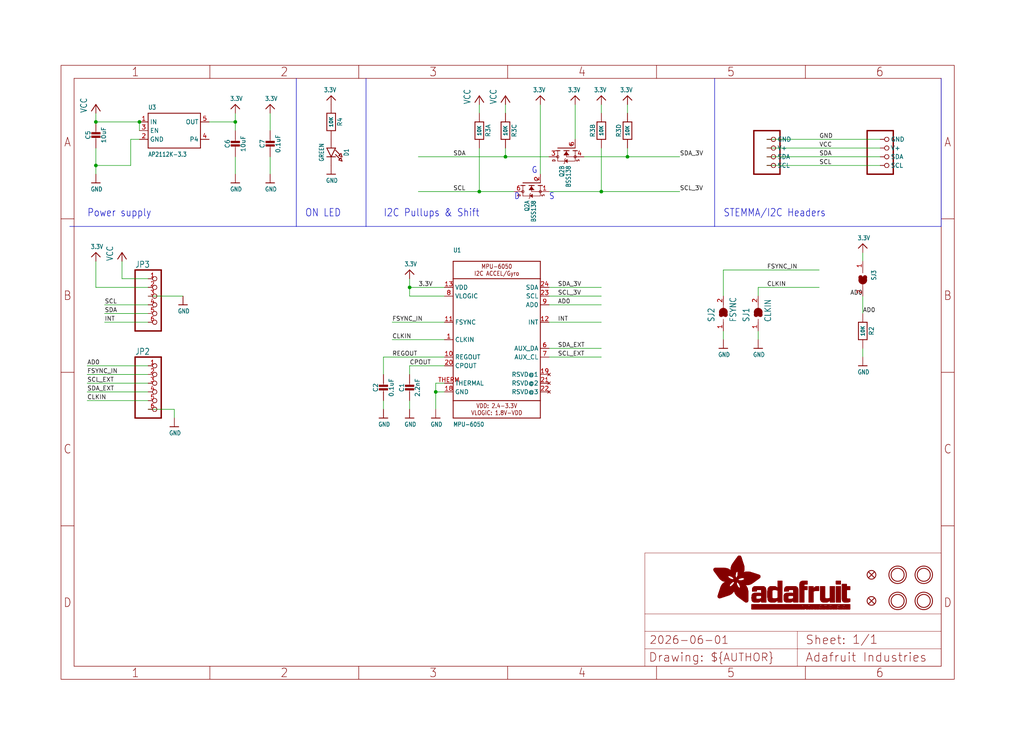
<source format=kicad_sch>
(kicad_sch (version 20230121) (generator eeschema)
  (paper "User" 298.45 217.322)
  (lib_symbols
    (symbol "working-eagle-import:3.3V" (power)
      (property "Value" "3.3V" (at -1.524 1.016 0))
      (symbol "3.3V_1_0"
        (pin power_in line (at 0 -2.54 90) (length 2.54) (name "3.3V") (number "1"))
      )
    )
    (symbol "working-eagle-import:CAP_CERAMIC0603_NO"
      (property "Reference" "C" (at -2.29 1.25 90))
      (symbol "CAP_CERAMIC0603_NO_1_0"
        (pin passive line (at 0 5.08 270) (length 2.54) (name "1") (number "1"))
        (pin passive line (at 0 -2.54 90) (length 2.54) (name "2") (number "2"))
      )
    )
    (symbol "working-eagle-import:CAP_CERAMIC0805-NOOUTLINE"
      (property "Reference" "C" (at -2.29 1.25 90))
      (symbol "CAP_CERAMIC0805-NOOUTLINE_1_0"
        (pin passive line (at 0 5.08 270) (length 2.54) (name "1") (number "1"))
        (pin passive line (at 0 -2.54 90) (length 2.54) (name "2") (number "2"))
      )
    )
    (symbol "working-eagle-import:FIDUCIAL_1MM")
    (symbol "working-eagle-import:FRAME_A4_ADAFRUIT"
      (symbol "FRAME_A4_ADAFRUIT_1_0"
        (text "${#}/${##}" (at 230.505 10.16 0) (effects (font (size 2.54 2.54)) (justify left bottom)))
        (text "${AUTHOR}" (at 189.23 5.08 0) (effects (font (size 2.286 2.286)) (justify left bottom)))
        (text "${CURRENT_DATE}" (at 171.45 10.16 0) (effects (font (size 2.286 2.286)) (justify left bottom)))
        (text "${PROJECTNAME}" (at 171.45 15.24 0) (effects (font (size 2.54 2.54)) (justify left bottom)))
        (text "1" (at 21.6958 1.905 0) (effects (font (size 2.54 2.286))))
        (text "1" (at 21.6958 177.165 0) (effects (font (size 2.54 2.286))))
        (text "2" (at 65.0875 1.905 0) (effects (font (size 2.54 2.286))))
        (text "2" (at 65.0875 177.165 0) (effects (font (size 2.54 2.286))))
        (text "3" (at 108.4792 1.905 0) (effects (font (size 2.54 2.286))))
        (text "3" (at 108.4792 177.165 0) (effects (font (size 2.54 2.286))))
        (text "4" (at 151.8708 1.905 0) (effects (font (size 2.54 2.286))))
        (text "4" (at 151.8708 177.165 0) (effects (font (size 2.54 2.286))))
        (text "5" (at 195.2625 1.905 0) (effects (font (size 2.54 2.286))))
        (text "5" (at 195.2625 177.165 0) (effects (font (size 2.54 2.286))))
        (text "6" (at 238.6542 1.905 0) (effects (font (size 2.54 2.286))))
        (text "6" (at 238.6542 177.165 0) (effects (font (size 2.54 2.286))))
        (text "A" (at 1.905 156.6863 0) (effects (font (size 2.54 2.286))))
        (text "A" (at 258.445 156.6863 0) (effects (font (size 2.54 2.286))))
        (text "Adafruit Industries" (at 216.916 4.953 0) (effects (font (size 2.54 2.54)) (justify left bottom)))
        (text "B" (at 1.905 111.9188 0) (effects (font (size 2.54 2.286))))
        (text "B" (at 258.445 111.9188 0) (effects (font (size 2.54 2.286))))
        (text "C" (at 1.905 67.1513 0) (effects (font (size 2.54 2.286))))
        (text "C" (at 258.445 67.1513 0) (effects (font (size 2.54 2.286))))
        (text "D" (at 1.905 22.3838 0) (effects (font (size 2.54 2.286))))
        (text "D" (at 258.445 22.3838 0) (effects (font (size 2.54 2.286))))
        (text "Drawing:" (at 171.196 4.953 0) (effects (font (size 2.54 2.54)) (justify left bottom)))
        (text "Sheet:" (at 216.916 10.033 0) (effects (font (size 2.54 2.54)) (justify left bottom)))
      )
    )
    (symbol "working-eagle-import:GND" (power)
      (property "Value" "GND" (at -1.524 -2.54 0))
      (symbol "GND_1_0"
        (pin power_in line (at 0 2.54 270) (length 2.54) (name "GND") (number "1"))
      )
    )
    (symbol "working-eagle-import:HEADER-1X670MIL"
      (property "Reference" "JP" (at -6.35 10.795 0))
      (symbol "HEADER-1X670MIL_1_0"
        (pin passive inverted (at -2.54 7.62 0) (length 2.54) (name "1") (number "1"))
        (pin passive inverted (at -2.54 5.08 0) (length 2.54) (name "2") (number "2"))
        (pin passive inverted (at -2.54 2.54 0) (length 2.54) (name "3") (number "3"))
        (pin passive inverted (at -2.54 0 0) (length 2.54) (name "4") (number "4"))
        (pin passive inverted (at -2.54 -2.54 0) (length 2.54) (name "5") (number "5"))
        (pin passive inverted (at -2.54 -5.08 0) (length 2.54) (name "6") (number "6"))
      )
    )
    (symbol "working-eagle-import:HEADER-1X6ROUND"
      (property "Reference" "JP" (at -6.35 10.795 0))
      (symbol "HEADER-1X6ROUND_1_0"
        (pin passive inverted (at -2.54 7.62 0) (length 2.54) (name "1") (number "1"))
        (pin passive inverted (at -2.54 5.08 0) (length 2.54) (name "2") (number "2"))
        (pin passive inverted (at -2.54 2.54 0) (length 2.54) (name "3") (number "3"))
        (pin passive inverted (at -2.54 0 0) (length 2.54) (name "4") (number "4"))
        (pin passive inverted (at -2.54 -2.54 0) (length 2.54) (name "5") (number "5"))
        (pin passive inverted (at -2.54 -5.08 0) (length 2.54) (name "6") (number "6"))
      )
    )
    (symbol "working-eagle-import:LED0603_NOOUTLINE"
      (property "Reference" "D" (at -1.27 4.445 0))
      (symbol "LED0603_NOOUTLINE_1_0"
        (pin passive line (at -5.08 0 0) (length 2.54) (name "A") (number "A"))
        (pin passive line (at 2.54 0 180) (length 2.54) (name "C") (number "C"))
      )
    )
    (symbol "working-eagle-import:MOSFET-N_DUAL"
      (property "Reference" "Q" (at 5.08 0.635 0))
      (symbol "MOSFET-N_DUAL_1_0"
        (text "D" (at 3.175 3.175 0) (effects (font (size 0.8128 0.6908)) (justify left bottom)))
        (text "G" (at -1.27 -1.905 0) (effects (font (size 0.8128 0.6908)) (justify left bottom)))
        (text "S" (at 3.175 -3.81 0) (effects (font (size 0.8128 0.6908)) (justify left bottom)))
        (pin bidirectional line (at 2.54 -5.08 90) (length 2.54) (name "S") (number "1"))
        (pin bidirectional line (at -2.54 -2.54 0) (length 2.54) (name "G") (number "2"))
        (pin bidirectional line (at 2.54 5.08 270) (length 2.54) (name "D") (number "6"))
      )
      (symbol "MOSFET-N_DUAL_2_0"
        (text "D" (at 3.175 3.175 0) (effects (font (size 0.8128 0.6908)) (justify left bottom)))
        (text "G" (at -1.27 -1.905 0) (effects (font (size 0.8128 0.6908)) (justify left bottom)))
        (text "S" (at 3.175 -3.81 0) (effects (font (size 0.8128 0.6908)) (justify left bottom)))
        (pin bidirectional line (at 2.54 5.08 270) (length 2.54) (name "D") (number "3"))
        (pin bidirectional line (at 2.54 -5.08 90) (length 2.54) (name "S") (number "4"))
        (pin bidirectional line (at -2.54 -2.54 0) (length 2.54) (name "G") (number "5"))
      )
    )
    (symbol "working-eagle-import:MOUNTINGHOLE2.5")
    (symbol "working-eagle-import:MPU-6050"
      (property "Reference" "U" (at -12.7 25.4 0))
      (symbol "MPU-6050_1_0"
        (text "MPU-6050\nI2C ACCEL/Gyro" (at 0 20.32 0) (effects (font (size 1.27 1.0795))))
        (text "VDD: 2.4-3.3V\nVLOGIC: 1.8V-VDD" (at 0 -20.32 0) (effects (font (size 1.27 1.0795))))
        (pin input line (at -15.24 0 0) (length 2.54) (name "CLKIN") (number "1"))
        (pin passive line (at -15.24 -5.08 0) (length 2.54) (name "REGOUT") (number "10"))
        (pin input line (at -15.24 5.08 0) (length 2.54) (name "FSYNC") (number "11"))
        (pin output line (at 15.24 5.08 180) (length 2.54) (name "INT") (number "12"))
        (pin power_in line (at -15.24 15.24 0) (length 2.54) (name "VDD") (number "13"))
        (pin power_in line (at -15.24 -15.24 0) (length 2.54) (name "GND") (number "18"))
        (pin no_connect line (at 15.24 -10.16 180) (length 2.54) (name "RSVD@1") (number "19"))
        (pin passive line (at -15.24 -7.62 0) (length 2.54) (name "CPOUT") (number "20"))
        (pin no_connect line (at 15.24 -12.7 180) (length 2.54) (name "RSVD@2") (number "21"))
        (pin no_connect line (at 15.24 -15.24 180) (length 2.54) (name "RSVD@3") (number "22"))
        (pin bidirectional line (at 15.24 12.7 180) (length 2.54) (name "SCL") (number "23"))
        (pin bidirectional line (at 15.24 15.24 180) (length 2.54) (name "SDA") (number "24"))
        (pin bidirectional line (at 15.24 -2.54 180) (length 2.54) (name "AUX_DA") (number "6"))
        (pin bidirectional line (at 15.24 -5.08 180) (length 2.54) (name "AUX_CL") (number "7"))
        (pin power_in line (at -15.24 12.7 0) (length 2.54) (name "VLOGIC") (number "8"))
        (pin input line (at 15.24 10.16 180) (length 2.54) (name "AD0") (number "9"))
        (pin power_in line (at -15.24 -12.7 0) (length 2.54) (name "THERMAL") (number "THERM"))
      )
    )
    (symbol "working-eagle-import:RESISTOR_0603_NOOUT"
      (property "Reference" "R" (at 0 2.54 0))
      (symbol "RESISTOR_0603_NOOUT_1_0"
        (pin passive line (at -5.08 0 0) (length 2.54) (name "1") (number "1"))
        (pin passive line (at 5.08 0 180) (length 2.54) (name "2") (number "2"))
      )
    )
    (symbol "working-eagle-import:RESISTOR_4PACK"
      (property "Reference" "R" (at 0 2.54 0))
      (symbol "RESISTOR_4PACK_1_0"
        (pin passive line (at -5.08 0 0) (length 2.54) (name "1") (number "1"))
        (pin passive line (at 5.08 0 180) (length 2.54) (name "2") (number "8"))
      )
      (symbol "RESISTOR_4PACK_2_0"
        (pin passive line (at -5.08 0 0) (length 2.54) (name "1") (number "2"))
        (pin passive line (at 5.08 0 180) (length 2.54) (name "2") (number "7"))
      )
      (symbol "RESISTOR_4PACK_3_0"
        (pin passive line (at -5.08 0 0) (length 2.54) (name "1") (number "3"))
        (pin passive line (at 5.08 0 180) (length 2.54) (name "2") (number "6"))
      )
      (symbol "RESISTOR_4PACK_4_0"
        (pin passive line (at -5.08 0 0) (length 2.54) (name "1") (number "4"))
        (pin passive line (at 5.08 0 180) (length 2.54) (name "2") (number "5"))
      )
    )
    (symbol "working-eagle-import:SOLDERJUMPER"
      (property "Reference" "SJ" (at -2.54 2.54 0))
      (symbol "SOLDERJUMPER_1_0"
        (pin passive line (at -5.08 0 0) (length 2.54) (name "1") (number "1"))
        (pin passive line (at 5.08 0 180) (length 2.54) (name "2") (number "2"))
      )
    )
    (symbol "working-eagle-import:SOLDERJUMPER_CLOSED"
      (property "Reference" "SJ" (at -2.54 2.54 0))
      (symbol "SOLDERJUMPER_CLOSED_1_0"
        (pin passive line (at -5.08 0 0) (length 2.54) (name "1") (number "1"))
        (pin passive line (at 5.08 0 180) (length 2.54) (name "2") (number "2"))
      )
    )
    (symbol "working-eagle-import:STEMMA_I2C_QT"
      (symbol "STEMMA_I2C_QT_1_0"
        (pin passive inverted (at 0 5.08 0) (length 2.54) (name "GND") (number "1"))
        (pin passive inverted (at 0 2.54 0) (length 2.54) (name "V+") (number "2"))
        (pin passive inverted (at 0 0 0) (length 2.54) (name "SDA") (number "3"))
        (pin passive inverted (at 0 -2.54 0) (length 2.54) (name "SCL") (number "4"))
      )
      (symbol "STEMMA_I2C_QT_2_0"
        (pin bidirectional line (at 0 0 0) (length 5.08) (name "MT") (number "MT1"))
      )
      (symbol "STEMMA_I2C_QT_3_0"
        (pin bidirectional line (at 0 0 0) (length 5.08) (name "MT") (number "MT2"))
      )
    )
    (symbol "working-eagle-import:VCC" (power)
      (property "Value" "VCC" (at -2.54 -2.54 90))
      (symbol "VCC_1_0"
        (pin power_in line (at 0 -2.54 90) (length 2.54) (name "VCC") (number "1"))
      )
    )
    (symbol "working-eagle-import:VREG_SOT23-5"
      (property "Reference" "U" (at -7.62 6.096 0))
      (symbol "VREG_SOT23-5_1_0"
        (pin power_in line (at -10.16 2.54 0) (length 2.54) (name "IN") (number "1"))
        (pin power_in line (at -10.16 -2.54 0) (length 2.54) (name "GND") (number "2"))
        (pin input line (at -10.16 0 0) (length 2.54) (name "EN") (number "3"))
        (pin bidirectional line (at 10.16 -2.54 180) (length 2.54) (name "P4") (number "4"))
        (pin power_in line (at 10.16 2.54 180) (length 2.54) (name "OUT") (number "5"))
      )
    )
  )
  (junction (at 119.38 83.82))
  (junction (at 147.32 45.72))
  (junction (at 27.94 48.26))
  (junction (at 40.64 35.56))
  (junction (at 27.94 35.56))
  (junction (at 182.88 45.72))
  (junction (at 127 114.3))
  (junction (at 139.7 55.88))
  (junction (at 175.26 55.88))
  (junction (at 68.58 35.56))
  (wire (pts (xy 210.82 96.52) (xy 210.82 99.06)) (stroke (width 0.1524)))
  (wire (pts (xy 43.18 81.28) (xy 35.56 81.28)) (stroke (width 0.1524)))
  (wire (pts (xy 220.98 86.36) (xy 220.98 83.82)) (stroke (width 0.1524)))
  (wire (pts (xy 182.88 33.02) (xy 182.88 30.48)) (stroke (width 0.1524)))
  (polyline (pts (xy 20.32 66.04) (xy 86.36 66.04)) (stroke (width 0.1524) (type solid)))
  (wire (pts (xy 160.02 93.98) (xy 175.26 93.98)) (stroke (width 0.1524)))
  (wire (pts (xy 40.64 40.64) (xy 38.1 40.64)) (stroke (width 0.1524)))
  (polyline (pts (xy 208.28 66.04) (xy 274.32 66.04)) (stroke (width 0.1524) (type solid)))
  (wire (pts (xy 160.02 104.14) (xy 175.26 104.14)) (stroke (width 0.1524)))
  (wire (pts (xy 35.56 81.28) (xy 35.56 76.2)) (stroke (width 0.1524)))
  (wire (pts (xy 50.8 119.38) (xy 50.8 121.92)) (stroke (width 0.1524)))
  (wire (pts (xy 223.52 48.26) (xy 256.54 48.26)) (stroke (width 0.1524)))
  (wire (pts (xy 251.46 76.2) (xy 251.46 73.66)) (stroke (width 0.1524)))
  (wire (pts (xy 129.54 114.3) (xy 127 114.3)) (stroke (width 0.1524)))
  (wire (pts (xy 119.38 116.84) (xy 119.38 119.38)) (stroke (width 0.1524)))
  (wire (pts (xy 167.64 40.64) (xy 167.64 30.48)) (stroke (width 0.1524)))
  (wire (pts (xy 127 111.76) (xy 127 114.3)) (stroke (width 0.1524)))
  (wire (pts (xy 129.54 83.82) (xy 119.38 83.82)) (stroke (width 0.1524)))
  (polyline (pts (xy 86.36 66.04) (xy 106.68 66.04)) (stroke (width 0.1524) (type solid)))
  (wire (pts (xy 129.54 104.14) (xy 111.76 104.14)) (stroke (width 0.1524)))
  (wire (pts (xy 25.4 114.3) (xy 43.18 114.3)) (stroke (width 0.1524)))
  (wire (pts (xy 43.18 86.36) (xy 53.34 86.36)) (stroke (width 0.1524)))
  (polyline (pts (xy 106.68 22.86) (xy 106.68 66.04)) (stroke (width 0.1524) (type solid)))
  (wire (pts (xy 119.38 83.82) (xy 119.38 81.28)) (stroke (width 0.1524)))
  (wire (pts (xy 160.02 83.82) (xy 175.26 83.82)) (stroke (width 0.1524)))
  (wire (pts (xy 147.32 33.02) (xy 147.32 30.48)) (stroke (width 0.1524)))
  (wire (pts (xy 40.64 38.1) (xy 40.64 35.56)) (stroke (width 0.1524)))
  (wire (pts (xy 68.58 35.56) (xy 68.58 38.1)) (stroke (width 0.1524)))
  (wire (pts (xy 60.96 35.56) (xy 68.58 35.56)) (stroke (width 0.1524)))
  (wire (pts (xy 160.02 86.36) (xy 175.26 86.36)) (stroke (width 0.1524)))
  (wire (pts (xy 127 114.3) (xy 127 119.38)) (stroke (width 0.1524)))
  (wire (pts (xy 68.58 35.56) (xy 68.58 33.02)) (stroke (width 0.1524)))
  (wire (pts (xy 139.7 43.18) (xy 139.7 55.88)) (stroke (width 0.1524)))
  (wire (pts (xy 175.26 55.88) (xy 198.12 55.88)) (stroke (width 0.1524)))
  (wire (pts (xy 160.02 45.72) (xy 147.32 45.72)) (stroke (width 0.1524)))
  (wire (pts (xy 182.88 45.72) (xy 198.12 45.72)) (stroke (width 0.1524)))
  (wire (pts (xy 40.64 35.56) (xy 27.94 35.56)) (stroke (width 0.1524)))
  (wire (pts (xy 27.94 48.26) (xy 27.94 43.18)) (stroke (width 0.1524)))
  (wire (pts (xy 139.7 30.48) (xy 139.7 33.02)) (stroke (width 0.1524)))
  (polyline (pts (xy 208.28 22.86) (xy 208.28 66.04)) (stroke (width 0.1524) (type solid)))
  (wire (pts (xy 129.54 111.76) (xy 127 111.76)) (stroke (width 0.1524)))
  (wire (pts (xy 43.18 116.84) (xy 25.4 116.84)) (stroke (width 0.1524)))
  (wire (pts (xy 157.48 50.8) (xy 157.48 30.48)) (stroke (width 0.1524)))
  (wire (pts (xy 38.1 40.64) (xy 38.1 48.26)) (stroke (width 0.1524)))
  (wire (pts (xy 114.3 93.98) (xy 129.54 93.98)) (stroke (width 0.1524)))
  (wire (pts (xy 160.02 55.88) (xy 175.26 55.88)) (stroke (width 0.1524)))
  (wire (pts (xy 223.52 43.18) (xy 256.54 43.18)) (stroke (width 0.1524)))
  (wire (pts (xy 160.02 101.6) (xy 175.26 101.6)) (stroke (width 0.1524)))
  (wire (pts (xy 129.54 99.06) (xy 114.3 99.06)) (stroke (width 0.1524)))
  (wire (pts (xy 256.54 45.72) (xy 223.52 45.72)) (stroke (width 0.1524)))
  (wire (pts (xy 68.58 45.72) (xy 68.58 50.8)) (stroke (width 0.1524)))
  (wire (pts (xy 43.18 93.98) (xy 30.48 93.98)) (stroke (width 0.1524)))
  (wire (pts (xy 111.76 116.84) (xy 111.76 119.38)) (stroke (width 0.1524)))
  (wire (pts (xy 111.76 104.14) (xy 111.76 109.22)) (stroke (width 0.1524)))
  (wire (pts (xy 119.38 106.68) (xy 119.38 109.22)) (stroke (width 0.1524)))
  (wire (pts (xy 147.32 43.18) (xy 147.32 45.72)) (stroke (width 0.1524)))
  (wire (pts (xy 139.7 55.88) (xy 121.92 55.88)) (stroke (width 0.1524)))
  (wire (pts (xy 78.74 33.02) (xy 78.74 38.1)) (stroke (width 0.1524)))
  (wire (pts (xy 210.82 78.74) (xy 238.76 78.74)) (stroke (width 0.1524)))
  (wire (pts (xy 238.76 83.82) (xy 220.98 83.82)) (stroke (width 0.1524)))
  (polyline (pts (xy 86.36 22.86) (xy 86.36 66.04)) (stroke (width 0.1524) (type solid)))
  (wire (pts (xy 210.82 86.36) (xy 210.82 78.74)) (stroke (width 0.1524)))
  (wire (pts (xy 220.98 96.52) (xy 220.98 99.06)) (stroke (width 0.1524)))
  (wire (pts (xy 43.18 83.82) (xy 27.94 83.82)) (stroke (width 0.1524)))
  (wire (pts (xy 149.86 55.88) (xy 139.7 55.88)) (stroke (width 0.1524)))
  (wire (pts (xy 119.38 86.36) (xy 119.38 83.82)) (stroke (width 0.1524)))
  (polyline (pts (xy 106.68 66.04) (xy 208.28 66.04)) (stroke (width 0.1524) (type solid)))
  (wire (pts (xy 43.18 91.44) (xy 30.48 91.44)) (stroke (width 0.1524)))
  (wire (pts (xy 27.94 48.26) (xy 27.94 50.8)) (stroke (width 0.1524)))
  (wire (pts (xy 25.4 106.68) (xy 43.18 106.68)) (stroke (width 0.1524)))
  (wire (pts (xy 129.54 106.68) (xy 119.38 106.68)) (stroke (width 0.1524)))
  (wire (pts (xy 182.88 43.18) (xy 182.88 45.72)) (stroke (width 0.1524)))
  (wire (pts (xy 27.94 83.82) (xy 27.94 76.2)) (stroke (width 0.1524)))
  (polyline (pts (xy 274.32 22.86) (xy 274.32 66.04)) (stroke (width 0.1524) (type solid)))
  (wire (pts (xy 170.18 45.72) (xy 182.88 45.72)) (stroke (width 0.1524)))
  (wire (pts (xy 251.46 86.36) (xy 251.46 91.44)) (stroke (width 0.1524)))
  (wire (pts (xy 251.46 101.6) (xy 251.46 104.14)) (stroke (width 0.1524)))
  (wire (pts (xy 175.26 33.02) (xy 175.26 30.48)) (stroke (width 0.1524)))
  (wire (pts (xy 43.18 88.9) (xy 30.48 88.9)) (stroke (width 0.1524)))
  (wire (pts (xy 175.26 43.18) (xy 175.26 55.88)) (stroke (width 0.1524)))
  (wire (pts (xy 160.02 88.9) (xy 175.26 88.9)) (stroke (width 0.1524)))
  (wire (pts (xy 43.18 119.38) (xy 50.8 119.38)) (stroke (width 0.1524)))
  (wire (pts (xy 147.32 45.72) (xy 121.92 45.72)) (stroke (width 0.1524)))
  (wire (pts (xy 25.4 111.76) (xy 43.18 111.76)) (stroke (width 0.1524)))
  (wire (pts (xy 78.74 45.72) (xy 78.74 50.8)) (stroke (width 0.1524)))
  (wire (pts (xy 256.54 40.64) (xy 223.52 40.64)) (stroke (width 0.1524)))
  (wire (pts (xy 27.94 33.02) (xy 27.94 35.56)) (stroke (width 0.1524)))
  (wire (pts (xy 129.54 86.36) (xy 119.38 86.36)) (stroke (width 0.1524)))
  (wire (pts (xy 38.1 48.26) (xy 27.94 48.26)) (stroke (width 0.1524)))
  (wire (pts (xy 25.4 109.22) (xy 43.18 109.22)) (stroke (width 0.1524)))
  (text "D" (at 149.86 58.42 0) (effects (font (size 1.778 1.5113)) (justify left bottom)))
  (text "Power supply" (at 25.4 63.5 0) (effects (font (size 2.1844 1.8567)) (justify left bottom)))
  (text "ON LED" (at 88.9 63.5 0) (effects (font (size 2.1844 1.8567)) (justify left bottom)))
  (text "I2C Pullups & Shift" (at 111.76 63.5 0) (effects (font (size 2.1844 1.8567)) (justify left bottom)))
  (text "S" (at 160.02 58.42 0) (effects (font (size 1.778 1.5113)) (justify left bottom)))
  (text "STEMMA/I2C Headers" (at 210.82 63.5 0) (effects (font (size 2.1844 1.8567)) (justify left bottom)))
  (text "G" (at 154.94 50.8 0) (effects (font (size 1.778 1.5113)) (justify left bottom)))
  (label "AD0" (at 251.46 91.44 0) (effects (font (size 1.2446 1.2446))))
  (label "3.3V" (at 121.92 83.82 0) (effects (font (size 1.2446 1.2446))))
  (label "AD0" (at 162.56 88.9 0) (effects (font (size 1.2446 1.2446))))
  (label "SCL" (at 238.76 48.26 0) (effects (font (size 1.2446 1.2446))))
  (label "SCL" (at 132.08 55.88 0) (effects (font (size 1.2446 1.2446))))
  (label "CLKIN" (at 223.52 83.82 0) (effects (font (size 1.2446 1.2446))))
  (label "INT" (at 162.56 93.98 0) (effects (font (size 1.2446 1.2446))))
  (label "GND" (at 238.76 40.64 0) (effects (font (size 1.2446 1.2446))))
  (label "CLKIN" (at 114.3 99.06 0) (effects (font (size 1.2446 1.2446))))
  (label "SDA_3V" (at 162.56 83.82 0) (effects (font (size 1.2446 1.2446))))
  (label "SCL_EXT" (at 162.56 104.14 0) (effects (font (size 1.2446 1.2446))))
  (label "AD0" (at 25.4 106.68 0) (effects (font (size 1.2446 1.2446))))
  (label "SCL" (at 30.48 88.9 0) (effects (font (size 1.2446 1.2446))))
  (label "VCC" (at 238.76 43.18 0) (effects (font (size 1.2446 1.2446))))
  (label "FSYNC_IN" (at 25.4 109.22 0) (effects (font (size 1.2446 1.2446))))
  (label "CPOUT" (at 119.38 106.68 0) (effects (font (size 1.2446 1.2446))))
  (label "CLKIN" (at 25.4 116.84 0) (effects (font (size 1.2446 1.2446))))
  (label "SDA" (at 30.48 91.44 0) (effects (font (size 1.2446 1.2446))))
  (label "SCL_3V" (at 198.12 55.88 0) (effects (font (size 1.2446 1.2446))))
  (label "SCL_EXT" (at 25.4 111.76 0) (effects (font (size 1.2446 1.2446))))
  (label "INT" (at 30.48 93.98 0) (effects (font (size 1.2446 1.2446))))
  (label "FSYNC_IN" (at 223.52 78.74 0) (effects (font (size 1.2446 1.2446))))
  (label "AD0" (at 251.46 86.36 180) (effects (font (size 1.2446 1.2446))))
  (label "SDA" (at 238.76 45.72 0) (effects (font (size 1.2446 1.2446))))
  (label "REGOUT" (at 114.3 104.14 0) (effects (font (size 1.2446 1.2446))))
  (label "SDA_EXT" (at 25.4 114.3 0) (effects (font (size 1.2446 1.2446))))
  (label "FSYNC_IN" (at 114.3 93.98 0) (effects (font (size 1.2446 1.2446))))
  (label "SDA_EXT" (at 162.56 101.6 0) (effects (font (size 1.2446 1.2446))))
  (label "SDA_3V" (at 198.12 45.72 0) (effects (font (size 1.2446 1.2446))))
  (label "SCL_3V" (at 162.56 86.36 0) (effects (font (size 1.2446 1.2446))))
  (label "SDA" (at 132.08 45.72 0) (effects (font (size 1.2446 1.2446))))
  (symbol (lib_id "working-eagle-import:RESISTOR_4PACK") (at 139.7 38.1 270) (unit 1)
    (property "Reference" "R3" (at 142.24 38.1 0))
    (property "Value" "10K" (at 139.7 38.1 0) (effects (font (size 1.016 1.016) bold)))
    (property "Footprint" "working:RESPACK_4X0603" (effects hide))
  )
  (symbol (lib_id "working-eagle-import:RESISTOR_4PACK") (at 147.32 38.1 270) (unit 3)
    (property "Reference" "R3" (at 149.86 38.1 0))
    (property "Value" "10K" (at 147.32 38.1 0) (effects (font (size 1.016 1.016) bold)))
    (property "Footprint" "working:RESPACK_4X0603" (effects hide))
  )
  (symbol (lib_id "working-eagle-import:MOUNTINGHOLE2.5") (at 261.62 167.64 0) (unit 1)
    (property "Reference" "U$40" (effects hide))
    (property "Value" "MOUNTINGHOLE2.5" (effects hide))
    (property "Footprint" "working:MOUNTINGHOLE_2.5_PLATED" (effects hide))
  )
  (symbol (lib_id "working-eagle-import:3.3V") (at 78.74 30.48 0) (unit 1)
    (property "Reference" "#U$30" (effects hide))
    (property "Value" "3.3V" (at 77.216 29.464 0) (effects (font (size 1.27 1.0795)) (justify left bottom)))
  )
  (symbol (lib_id "working-eagle-import:MOUNTINGHOLE2.5") (at 261.62 175.26 0) (unit 1)
    (property "Reference" "U$39" (effects hide))
    (property "Value" "MOUNTINGHOLE2.5" (effects hide))
    (property "Footprint" "working:MOUNTINGHOLE_2.5_PLATED" (effects hide))
  )
  (symbol (lib_id "working-eagle-import:GND") (at 111.76 121.92 0) (unit 1)
    (property "Reference" "#U$13" (effects hide))
    (property "Value" "GND" (at 110.236 124.46 0) (effects (font (size 1.27 1.0795)) (justify left bottom)))
  )
  (symbol (lib_id "working-eagle-import:3.3V") (at 68.58 30.48 0) (unit 1)
    (property "Reference" "#U$31" (effects hide))
    (property "Value" "3.3V" (at 67.056 29.464 0) (effects (font (size 1.27 1.0795)) (justify left bottom)))
  )
  (symbol (lib_id "working-eagle-import:MOSFET-N_DUAL") (at 154.94 53.34 90) (mirror x) (unit 1)
    (property "Reference" "Q2" (at 154.305 58.42 0) (effects (font (size 1.27 1.0795)) (justify left bottom)))
    (property "Value" "BSS138" (at 156.21 58.42 0) (effects (font (size 1.27 1.0795)) (justify left bottom)))
    (property "Footprint" "working:SOT363" (effects hide))
  )
  (symbol (lib_id "working-eagle-import:GND") (at 119.38 121.92 0) (unit 1)
    (property "Reference" "#U$12" (effects hide))
    (property "Value" "GND" (at 117.856 124.46 0) (effects (font (size 1.27 1.0795)) (justify left bottom)))
  )
  (symbol (lib_id "working-eagle-import:3.3V") (at 167.64 27.94 0) (mirror y) (unit 1)
    (property "Reference" "#U$37" (effects hide))
    (property "Value" "3.3V" (at 169.164 26.924 0) (effects (font (size 1.27 1.0795)) (justify left bottom)))
  )
  (symbol (lib_id "working-eagle-import:CAP_CERAMIC0603_NO") (at 119.38 114.3 0) (unit 1)
    (property "Reference" "C1" (at 117.09 113.05 90))
    (property "Value" "2.2nF" (at 121.68 113.05 90))
    (property "Footprint" "working:0603-NO" (effects hide))
  )
  (symbol (lib_id "working-eagle-import:GND") (at 96.52 50.8 0) (unit 1)
    (property "Reference" "#U$2" (effects hide))
    (property "Value" "GND" (at 94.996 53.34 0) (effects (font (size 1.27 1.0795)) (justify left bottom)))
  )
  (symbol (lib_id "working-eagle-import:3.3V") (at 27.94 73.66 0) (unit 1)
    (property "Reference" "#U$38" (effects hide))
    (property "Value" "3.3V" (at 26.416 72.644 0) (effects (font (size 1.27 1.0795)) (justify left bottom)))
  )
  (symbol (lib_id "working-eagle-import:GND") (at 210.82 101.6 0) (unit 1)
    (property "Reference" "#U$10" (effects hide))
    (property "Value" "GND" (at 209.296 104.14 0) (effects (font (size 1.27 1.0795)) (justify left bottom)))
  )
  (symbol (lib_id "working-eagle-import:RESISTOR_4PACK") (at 175.26 38.1 90) (mirror x) (unit 2)
    (property "Reference" "R3" (at 172.72 38.1 0))
    (property "Value" "10K" (at 175.26 38.1 0) (effects (font (size 1.016 1.016) bold)))
    (property "Footprint" "working:RESPACK_4X0603" (effects hide))
  )
  (symbol (lib_id "working-eagle-import:GND") (at 68.58 53.34 0) (unit 1)
    (property "Reference" "#U$27" (effects hide))
    (property "Value" "GND" (at 67.056 55.88 0) (effects (font (size 1.27 1.0795)) (justify left bottom)))
  )
  (symbol (lib_id "working-eagle-import:GND") (at 127 121.92 0) (unit 1)
    (property "Reference" "#U$5" (effects hide))
    (property "Value" "GND" (at 125.476 124.46 0) (effects (font (size 1.27 1.0795)) (justify left bottom)))
  )
  (symbol (lib_id "working-eagle-import:GND") (at 53.34 88.9 0) (unit 1)
    (property "Reference" "#U$29" (effects hide))
    (property "Value" "GND" (at 51.816 91.44 0) (effects (font (size 1.27 1.0795)) (justify left bottom)))
  )
  (symbol (lib_id "working-eagle-import:GND") (at 220.98 101.6 0) (unit 1)
    (property "Reference" "#U$11" (effects hide))
    (property "Value" "GND" (at 219.456 104.14 0) (effects (font (size 1.27 1.0795)) (justify left bottom)))
  )
  (symbol (lib_id "working-eagle-import:CAP_CERAMIC0805-NOOUTLINE") (at 27.94 40.64 0) (unit 1)
    (property "Reference" "C5" (at 25.65 39.39 90))
    (property "Value" "10uF" (at 30.24 39.39 90))
    (property "Footprint" "working:0805-NO" (effects hide))
  )
  (symbol (lib_id "working-eagle-import:STEMMA_I2C_QT") (at 256.54 45.72 0) (unit 1)
    (property "Reference" "CONN4" (effects hide))
    (property "Value" "STEMMA_I2C_QT" (effects hide))
    (property "Footprint" "working:JST_SH4" (effects hide))
  )
  (symbol (lib_id "working-eagle-import:RESISTOR_0603_NOOUT") (at 96.52 35.56 270) (unit 1)
    (property "Reference" "R4" (at 99.06 35.56 0))
    (property "Value" "10K" (at 96.52 35.56 0) (effects (font (size 1.016 1.016) bold)))
    (property "Footprint" "working:0603-NO" (effects hide))
  )
  (symbol (lib_id "working-eagle-import:CAP_CERAMIC0603_NO") (at 78.74 43.18 0) (unit 1)
    (property "Reference" "C7" (at 76.45 41.93 90))
    (property "Value" "0.1uF" (at 81.04 41.93 90))
    (property "Footprint" "working:0603-NO" (effects hide))
  )
  (symbol (lib_id "working-eagle-import:RESISTOR_4PACK") (at 182.88 38.1 90) (mirror x) (unit 4)
    (property "Reference" "R3" (at 180.34 38.1 0))
    (property "Value" "10K" (at 182.88 38.1 0) (effects (font (size 1.016 1.016) bold)))
    (property "Footprint" "working:RESPACK_4X0603" (effects hide))
  )
  (symbol (lib_id "working-eagle-import:SOLDERJUMPER_CLOSED") (at 210.82 91.44 90) (unit 1)
    (property "Reference" "SJ2" (at 208.28 93.98 0) (effects (font (size 1.778 1.5113)) (justify left bottom)))
    (property "Value" "FSYNC" (at 214.63 93.98 0) (effects (font (size 1.778 1.5113)) (justify left bottom)))
    (property "Footprint" "working:SOLDERJUMPER_CLOSEDWIRE" (effects hide))
  )
  (symbol (lib_id "working-eagle-import:HEADER-1X670MIL") (at 45.72 88.9 0) (unit 1)
    (property "Reference" "JP3" (at 39.37 78.105 0) (effects (font (size 1.778 1.5113)) (justify left bottom)))
    (property "Value" "HEADER-1X670MIL" (effects hide))
    (property "Footprint" "working:1X06_ROUND_70" (effects hide))
  )
  (symbol (lib_id "working-eagle-import:MOSFET-N_DUAL") (at 165.1 43.18 90) (mirror x) (unit 2)
    (property "Reference" "Q2" (at 164.465 48.26 0) (effects (font (size 1.27 1.0795)) (justify left bottom)))
    (property "Value" "BSS138" (at 166.37 48.26 0) (effects (font (size 1.27 1.0795)) (justify left bottom)))
    (property "Footprint" "working:SOT363" (effects hide))
  )
  (symbol (lib_id "working-eagle-import:GND") (at 251.46 106.68 0) (unit 1)
    (property "Reference" "#U$6" (effects hide))
    (property "Value" "GND" (at 249.936 109.22 0) (effects (font (size 1.27 1.0795)) (justify left bottom)))
  )
  (symbol (lib_id "working-eagle-import:3.3V") (at 251.46 71.12 0) (unit 1)
    (property "Reference" "#U$4" (effects hide))
    (property "Value" "3.3V" (at 249.936 70.104 0) (effects (font (size 1.27 1.0795)) (justify left bottom)))
  )
  (symbol (lib_id "working-eagle-import:GND") (at 50.8 124.46 0) (unit 1)
    (property "Reference" "#U$18" (effects hide))
    (property "Value" "GND" (at 49.276 127 0) (effects (font (size 1.27 1.0795)) (justify left bottom)))
  )
  (symbol (lib_id "working-eagle-import:FRAME_A4_ADAFRUIT") (at 17.78 198.12 0) (unit 1)
    (property "Reference" "#U$41" (effects hide))
    (property "Value" "FRAME_A4_ADAFRUIT" (effects hide))
  )
  (symbol (lib_id "working-eagle-import:LED0603_NOOUTLINE") (at 96.52 45.72 270) (unit 1)
    (property "Reference" "D1" (at 100.965 44.45 0) (effects (font (size 1.27 1.0795))))
    (property "Value" "GREEN" (at 93.726 44.45 0) (effects (font (size 1.27 1.0795))))
    (property "Footprint" "working:CHIPLED_0603_NOOUTLINE" (effects hide))
  )
  (symbol (lib_id "working-eagle-import:VREG_SOT23-5") (at 50.8 38.1 0) (unit 1)
    (property "Reference" "U3" (at 43.18 32.004 0) (effects (font (size 1.27 1.0795)) (justify left bottom)))
    (property "Value" "AP2112K-3.3" (at 43.18 45.72 0) (effects (font (size 1.27 1.0795)) (justify left bottom)))
    (property "Footprint" "working:SOT23-5" (effects hide))
  )
  (symbol (lib_id "working-eagle-import:GND") (at 27.94 53.34 0) (unit 1)
    (property "Reference" "#U$24" (effects hide))
    (property "Value" "GND" (at 26.416 55.88 0) (effects (font (size 1.27 1.0795)) (justify left bottom)))
  )
  (symbol (lib_id "working-eagle-import:3.3V") (at 157.48 27.94 0) (mirror y) (unit 1)
    (property "Reference" "#U$36" (effects hide))
    (property "Value" "3.3V" (at 159.004 26.924 0) (effects (font (size 1.27 1.0795)) (justify left bottom)))
  )
  (symbol (lib_id "working-eagle-import:STEMMA_I2C_QT") (at 223.52 45.72 0) (unit 1)
    (property "Reference" "CONN3" (effects hide))
    (property "Value" "STEMMA_I2C_QT" (effects hide))
    (property "Footprint" "working:JST_SH4" (effects hide))
  )
  (symbol (lib_id "working-eagle-import:GND") (at 78.74 53.34 0) (unit 1)
    (property "Reference" "#U$28" (effects hide))
    (property "Value" "GND" (at 77.216 55.88 0) (effects (font (size 1.27 1.0795)) (justify left bottom)))
  )
  (symbol (lib_id "working-eagle-import:HEADER-1X6ROUND") (at 45.72 114.3 0) (unit 1)
    (property "Reference" "JP2" (at 39.37 103.505 0) (effects (font (size 1.778 1.5113)) (justify left bottom)))
    (property "Value" "HEADER-1X6ROUND" (effects hide))
    (property "Footprint" "working:1X06_ROUND" (effects hide))
  )
  (symbol (lib_id "working-eagle-import:MOUNTINGHOLE2.5") (at 269.24 175.26 0) (unit 1)
    (property "Reference" "U$43" (effects hide))
    (property "Value" "MOUNTINGHOLE2.5" (effects hide))
    (property "Footprint" "working:MOUNTINGHOLE_2.5_PLATED" (effects hide))
  )
  (symbol (lib_id "working-eagle-import:3.3V") (at 175.26 27.94 0) (mirror y) (unit 1)
    (property "Reference" "#U$35" (effects hide))
    (property "Value" "3.3V" (at 176.784 26.924 0) (effects (font (size 1.27 1.0795)) (justify left bottom)))
  )
  (symbol (lib_id "working-eagle-import:3.3V") (at 182.88 27.94 0) (mirror y) (unit 1)
    (property "Reference" "#U$34" (effects hide))
    (property "Value" "3.3V" (at 184.404 26.924 0) (effects (font (size 1.27 1.0795)) (justify left bottom)))
  )
  (symbol (lib_id "working-eagle-import:3.3V") (at 119.38 78.74 0) (unit 1)
    (property "Reference" "#U$3" (effects hide))
    (property "Value" "3.3V" (at 117.856 77.724 0) (effects (font (size 1.27 1.0795)) (justify left bottom)))
  )
  (symbol (lib_id "working-eagle-import:RESISTOR_0603_NOOUT") (at 251.46 96.52 270) (unit 1)
    (property "Reference" "R2" (at 254 96.52 0))
    (property "Value" "10K" (at 251.46 96.52 0) (effects (font (size 1.016 1.016) bold)))
    (property "Footprint" "working:0603-NO" (effects hide))
  )
  (symbol (lib_id "working-eagle-import:VCC") (at 35.56 73.66 0) (unit 1)
    (property "Reference" "#P+4" (effects hide))
    (property "Value" "VCC" (at 33.02 76.2 90) (effects (font (size 1.778 1.5113)) (justify left bottom)))
  )
  (symbol (lib_id "working-eagle-import:FIDUCIAL_1MM") (at 254 175.26 0) (unit 1)
    (property "Reference" "FID3" (effects hide))
    (property "Value" "FIDUCIAL_1MM" (effects hide))
    (property "Footprint" "working:FIDUCIAL_1MM" (effects hide))
  )
  (symbol (lib_id "working-eagle-import:FIDUCIAL_1MM") (at 254 167.64 0) (unit 1)
    (property "Reference" "FID4" (effects hide))
    (property "Value" "FIDUCIAL_1MM" (effects hide))
    (property "Footprint" "working:FIDUCIAL_1MM" (effects hide))
  )
  (symbol (lib_id "working-eagle-import:VCC") (at 27.94 30.48 0) (unit 1)
    (property "Reference" "#P+3" (effects hide))
    (property "Value" "VCC" (at 25.4 33.02 90) (effects (font (size 1.778 1.5113)) (justify left bottom)))
  )
  (symbol (lib_id "working-eagle-import:CAP_CERAMIC0603_NO") (at 111.76 114.3 0) (unit 1)
    (property "Reference" "C2" (at 109.47 113.05 90))
    (property "Value" "0.1uF" (at 114.06 113.05 90))
    (property "Footprint" "working:0603-NO" (effects hide))
  )
  (symbol (lib_id "working-eagle-import:MOUNTINGHOLE2.5") (at 269.24 167.64 0) (unit 1)
    (property "Reference" "U$42" (effects hide))
    (property "Value" "MOUNTINGHOLE2.5" (effects hide))
    (property "Footprint" "working:MOUNTINGHOLE_2.5_PLATED" (effects hide))
  )
  (symbol (lib_id "working-eagle-import:VCC") (at 147.32 27.94 0) (unit 1)
    (property "Reference" "#P+2" (effects hide))
    (property "Value" "VCC" (at 144.78 30.48 90) (effects (font (size 1.778 1.5113)) (justify left bottom)))
  )
  (symbol (lib_id "working-eagle-import:SOLDERJUMPER_CLOSED") (at 220.98 91.44 90) (unit 1)
    (property "Reference" "SJ1" (at 218.44 93.98 0) (effects (font (size 1.778 1.5113)) (justify left bottom)))
    (property "Value" "CLKIN" (at 224.79 93.98 0) (effects (font (size 1.778 1.5113)) (justify left bottom)))
    (property "Footprint" "working:SOLDERJUMPER_CLOSEDWIRE" (effects hide))
  )
  (symbol (lib_id "working-eagle-import:3.3V") (at 96.52 27.94 0) (mirror y) (unit 1)
    (property "Reference" "#U$1" (effects hide))
    (property "Value" "3.3V" (at 98.044 26.924 0) (effects (font (size 1.27 1.0795)) (justify left bottom)))
  )
  (symbol (lib_id "working-eagle-import:MPU-6050") (at 144.78 99.06 0) (unit 1)
    (property "Reference" "U1" (at 132.08 73.66 0) (effects (font (size 1.27 1.0795)) (justify left bottom)))
    (property "Value" "MPU-6050" (at 132.08 124.46 0) (effects (font (size 1.27 1.0795)) (justify left bottom)))
    (property "Footprint" "working:QFN24_4MM_SMSC" (effects hide))
  )
  (symbol (lib_id "working-eagle-import:CAP_CERAMIC0805-NOOUTLINE") (at 68.58 43.18 0) (unit 1)
    (property "Reference" "C6" (at 66.29 41.93 90))
    (property "Value" "10uF" (at 70.88 41.93 90))
    (property "Footprint" "working:0805-NO" (effects hide))
  )
  (symbol (lib_id "working-eagle-import:VCC") (at 139.7 27.94 0) (unit 1)
    (property "Reference" "#P+1" (effects hide))
    (property "Value" "VCC" (at 137.16 30.48 90) (effects (font (size 1.778 1.5113)) (justify left bottom)))
  )
  (symbol (lib_id "working-eagle-import:SOLDERJUMPER") (at 251.46 81.28 270) (unit 1)
    (property "Reference" "SJ3" (at 254 78.74 0) (effects (font (size 1.27 1.0795)) (justify left bottom)))
    (property "Value" "SOLDERJUMPER" (effects hide))
    (property "Footprint" "working:SOLDERJUMPER_ARROW_NOPASTE" (effects hide))
  )
)
</source>
